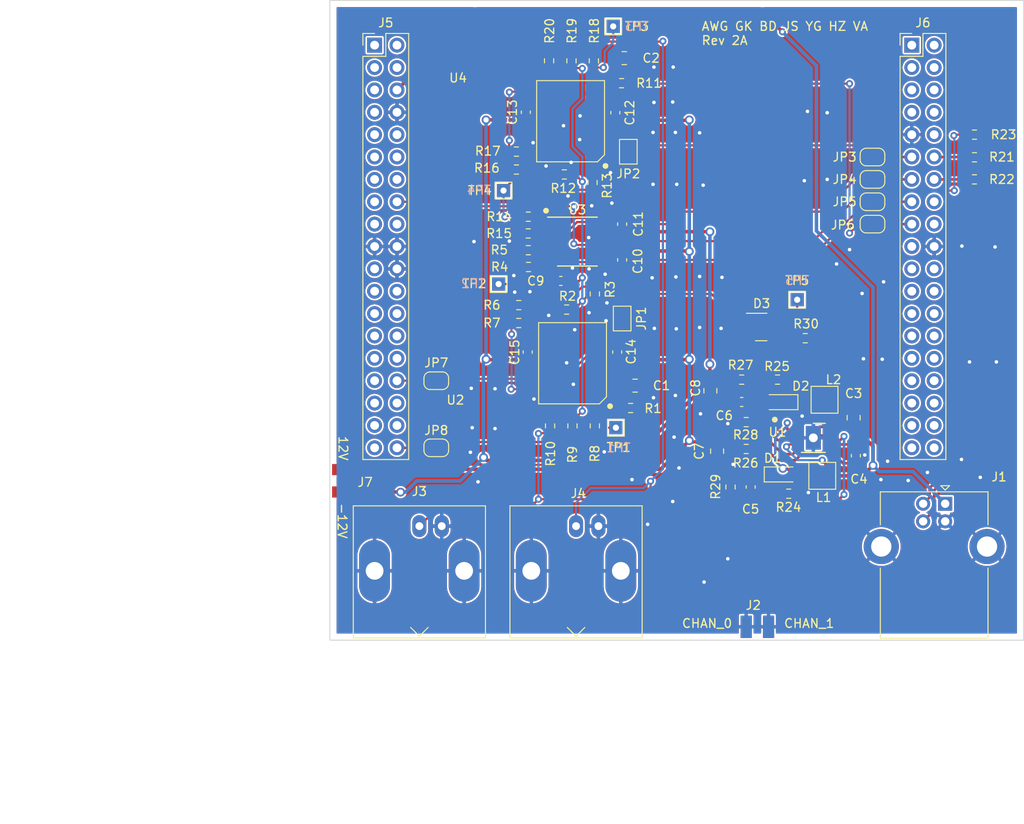
<source format=kicad_pcb>
(kicad_pcb (version 20221018) (generator pcbnew)
  (layers (0 "F.Cu" signal) (31 "B.Cu" signal) (34 "B.Paste" user) (35 "F.Paste" user) (36 "B.SilkS" user "B.Silkscreen") (37 "F.SilkS" user "F.Silkscreen") (38 "B.Mask" user) (39 "F.Mask" user) (44 "Edge.Cuts" user))
  (net 0 "")
  (net 1 "GND")
  (net 2 "-5V")
  (net 3 "-12V")
  (net 4 "+5V")
  (net 5 "+12V")
  (net 6 "/C0_OUT_G")
  (net 7 "/C1_OUT_G")
  (net 8 "/C0_IN")
  (net 9 "/C0_FB")
  (net 10 "/C0_OUT_GO")
  (net 11 "/C0_PWM_OFF")
  (net 12 "/C1_FB")
  (net 13 "/C0_V_OFF")
  (net 14 "/C1_IN")
  (net 15 "/C1_V_OFF")
  (net 16 "/C1_OUT_GO")
  (net 17 "/C1_PWM_OFF")
  (net 18 "/C1_S_GAIN")
  (net 19 "/C0_S_GAIN")
  (net 20 "+3.3V")
  (net 21 "/USB_D+")
  (net 22 "/USB_D-")
  (net 23 "/D-")
  (net 24 "/D+")
  (net 25 "Net-(D1-A)")
  (net 26 "Net-(D2-K)")
  (net 27 "Net-(U2A-+)")
  (net 28 "Net-(U4B-+)")
  (net 29 "Net-(U1-Vref)")
  (net 30 "Net-(U1-Vfb1)")
  (net 31 "Net-(U1-Vfb2)")
  (net 32 "Net-(U3B-D2)")
  (net 33 "Net-(U3B-D4)")
  (net 34 "Net-(U3A-D1)")
  (net 35 "Net-(U3A-D3)")
  (net 36 "Net-(U2D--)")
  (net 37 "Net-(U4C--)")
  (net 41 "Net-(J5-PC0)")
  (net 47 "Net-(J5-PA4)")
  (net 93 "Net-(J6-PB6)")
  (net 95 "Net-(J6-PA7)")
  (net 96 "Net-(J6-PA6)")
  (net 97 "Net-(J6-PA5)")
  (net 107 "Net-(C5-Pad1)")
  (net 108 "Net-(C6-Pad1)")
  (net 109 "Net-(JP1-B)")
  (net 110 "Net-(JP2-B)")
  (footprint "Resistor_SMD:R_0603_1608Metric" (layer "F.Cu") (at 42.7736 61.0119 -90)
    (fp_text reference "R10")
    (fp_text value "10K")
  )
  (footprint "Capacitor_SMD:C_0805_2012Metric_Pad1.18x1.45mm_HandSolder" (layer "F.Cu") (at 60.964106 57.026541 90)
    (fp_text reference "C8")
    (fp_text value "10u")
  )
  (footprint "Capacitor_SMD:C_0805_2012Metric_Pad1.18x1.45mm_HandSolder" (layer "F.Cu") (at 77.220106 60.079541 90)
    (fp_text reference "C3")
    (fp_text value "10u")
  )
  (footprint "Resistor_SMD:R_0603_1608Metric" (layer "F.Cu") (at 42.6598 19.5549 90)
    (fp_text reference "R20")
    (fp_text value "10K")
  )
  (footprint "awg_fp_lib:SOIC-14" (layer "F.Cu") (at 37.9228 53.8588 90)
    (fp_text reference "U2")
    (fp_text value "Opamp_Quad")
  )
  (footprint "Resistor_SMD:R_0603_1608Metric" (layer "F.Cu") (at 47.8536 46.0248 90)
    (fp_text reference "R3")
    (fp_text value "3K3")
  )
  (footprint "Resistor_SMD:R_0603_1608Metric" (layer "F.Cu") (at 40.2996 37.2523 180)
    (fp_text reference "R14")
    (fp_text value "1K")
  )
  (footprint "Resistor_SMD:R_0603_1608Metric" (layer "F.Cu") (at 40.3218 42.9673 180)
    (fp_text reference "R4")
    (fp_text value "1K")
  )
  (footprint "Resistor_SMD:R_0603_1608Metric" (layer "F.Cu") (at 90.932 30.51)
    (fp_text reference "R21")
    (fp_text value "22")
  )
  (footprint "Resistor_SMD:R_0603_1608Metric" (layer "F.Cu") (at 90.932 27.94 180)
    (fp_text reference "R23")
    (fp_text value "1K5")
  )
  (footprint "Resistor_SMD:R_0603_1608Metric" (layer "F.Cu") (at 44.6532 47.8028 180)
    (fp_text reference "R2")
    (fp_text value "10K")
  )
  (footprint "Jumper:SolderJumper-2_P1.3mm_Bridged_RoundedPad1.0x1.5mm" (layer "F.Cu") (at 79.36 35.56)
    (fp_text reference "JP5")
    (fp_text value "JP")
  )
  (footprint "Resistor_SMD:R_0603_1608Metric" (layer "F.Cu") (at 39.2176 47.2959)
    (fp_text reference "R6")
    (fp_text value "10K")
  )
  (footprint "Resistor_SMD:R_0603_1608Metric" (layer "F.Cu") (at 69.854106 68.710541 180)
    (fp_text reference "R24")
    (fp_text value "110k")
  )
  (footprint "Jumper:SolderJumper-2_P1.3mm_Bridged_RoundedPad1.0x1.5mm" (layer "F.Cu") (at 79.36 33.02)
    (fp_text reference "JP4")
    (fp_text value "JP")
  )
  (footprint "Resistor_SMD:R_0603_1608Metric" (layer "F.Cu") (at 38.9514 31.8993 180)
    (fp_text reference "R16")
    (fp_text value "10K")
  )
  (footprint "Resistor_SMD:R_0603_1608Metric" (layer "F.Cu") (at 40.290942 39.1573)
    (fp_text reference "R15")
    (fp_text value "10K")
  )
  (footprint "Resistor_SMD:R_0603_1608Metric" (layer "F.Cu") (at 71.7296 51.054)
    (fp_text reference "R30")
    (fp_text value "1K")
  )
  (footprint "Capacitor_SMD:C_0603_1608Metric_Pad1.08x0.95mm_HandSolder" (layer "F.Cu") (at 77.474106 64.392541 90)
    (fp_text reference "C4")
    (fp_text value "100n")
  )
  (footprint "Jumper:SolderJumper-2_P1.3mm_Bridged_RoundedPad1.0x1.5mm" (layer "F.Cu") (at 79.36 30.48)
    (fp_text reference "JP3")
    (fp_text value "JP")
  )
  (footprint "Resistor_SMD:R_0603_1608Metric" (layer "F.Cu") (at 63.250106 67.948541 90)
    (fp_text reference "R29")
    (fp_text value "10K")
  )
  (footprint "Resistor_SMD:R_0603_1608Metric" (layer "F.Cu") (at 39.2176 49.3279 180)
    (fp_text reference "R7")
    (fp_text value "10K")
  )
  (footprint "Connector_USB:USB_B_Lumberg_2411_02_Horizontal" (layer "F.Cu") (at 87.61 69.85 -90)
    (fp_text reference "J1")
    (fp_text value "USB_B")
  )
  (footprint "Jumper:SolderJumper-2_P1.3mm_Open_TrianglePad1.0x1.5mm" (layer "F.Cu") (at 50.9524 48.8188 90)
    (fp_text reference "JP1")
    (fp_text value "SJ")
  )
  (footprint "Resistor_SMD:R_0603_1608Metric" (layer "F.Cu") (at 47.8536 61.0119 -90)
    (fp_text reference "R8")
    (fp_text value "3K3")
  )
  (footprint "awg_fp_lib:SOIC-14" (layer "F.Cu") (at 37.7008 26.376 90)
    (fp_text reference "U4")
    (fp_text value "Opamp_Quad")
  )
  (footprint "Capacitor_SMD:C_0603_1608Metric_Pad1.08x0.95mm_HandSolder" (layer "F.Cu") (at 40.0182 25.3969 -90)
    (fp_text reference "C13")
    (fp_text value "100n")
  )
  (footprint "awg_fp_lib:DFN-12" (layer "F.Cu") (at 72.538106 58.025541)
    (fp_text reference "U1")
    (fp_text value "r1283")
  )
  (footprint "TestPoint:TestPoint_THTPad_1.5x1.5mm_Drill0.7mm" (layer "F.Cu") (at 49.9364 15.6464)
    (fp_text reference "TP3")
    (fp_text value "TestPoint")
  )
  (footprint "TestPoint:TestPoint_THTPad_1.5x1.5mm_Drill0.7mm" (layer "F.Cu") (at 36.9316 44.9072 90)
    (fp_text reference "TP2")
    (fp_text value "TestPoint")
  )
  (footprint "Diode_SMD:D_SOD-323_HandSoldering" (layer "F.Cu") (at 69.088 66.524041)
    (fp_text reference "D1")
    (fp_text value "NSR0530")
  )
  (footprint "Diode_SMD:D_SOD-323_HandSoldering" (layer "F.Cu") (at 68.8848 58.3184 180)
    (fp_text reference "D2")
    (fp_text value "NSR0530")
  )
  (footprint "awg_fp_lib:1x02" (layer "F.Cu") (at 19.304 63.1805)
    (fp_text reference "J7")
    (fp_text value "2x01")
  )
  (footprint "Resistor_SMD:R_0603_1608Metric" (layer "F.Cu") (at 51.9176 58.9799 180)
    (fp_text reference "R1")
    (fp_text value "10K")
  )
  (footprint "Resistor_SMD:R_0603_1608Metric" (layer "F.Cu") (at 90.932 33.02)
    (fp_text reference "R22")
    (fp_text value "22")
  )
  (footprint "Resistor_SMD:R_0603_1608Metric" (layer "F.Cu") (at 45.1998 19.5549 -90)
    (fp_text reference "R19")
    (fp_text value "10K")
  )
  (footprint "Capacitor_SMD:C_0603_1608Metric_Pad1.08x0.95mm_HandSolder" (layer "F.Cu") (at 50.9506 38.1003 -90)
    (fp_text reference "C11")
    (fp_text value "100n")
  )
  (footprint "Resistor_SMD:R_0603_1608Metric" (layer "F.Cu") (at 65.028106 63.630541 180)
    (fp_text reference "R26")
    (fp_text value "1K")
  )
  (footprint "Capacitor_SMD:C_0805_2012Metric_Pad1.18x1.45mm_HandSolder" (layer "F.Cu") (at 51.1942 19.2501)
    (fp_text reference "C2")
    (fp_text value "10u")
  )
  (footprint "awg_fp_lib:NRH2410" (layer "F.Cu") (at 74.426106 66.678541 180)
    (fp_text reference "L1")
    (fp_text value "4.7u")
  )
  (footprint "Package_TO_SOT_SMD:SOT-23" (layer "F.Cu") (at 66.7281 49.784)
    (fp_text reference "D3")
    (fp_text value "LM4040-5")
  )
  (footprint "Resistor_SMD:R_0603_1608Metric" (layer "F.Cu") (at 45.3136 61.0119 90)
    (fp_text reference "R9")
    (fp_text value "10K")
  )
  (footprint "Resistor_SMD:R_0603_1608Metric" (layer "F.Cu") (at 64.520106 55.756541 180)
    (fp_text reference "R27")
    (fp_text value "1K")
  )
  (footprint "Resistor_SMD:R_0603_1608Metric" (layer "F.Cu") (at 38.9514 29.8673 180)
    (fp_text reference "R17")
    (fp_text value "10K")
  )
  (footprint "Capacitor_SMD:C_0805_2012Metric_Pad1.18x1.45mm_HandSolder" (layer "F.Cu") (at 61.726106 63.884541 -90)
    (fp_text reference "C7")
    (fp_text value "10u")
  )
  (footprint "Resistor_SMD:R_0603_1608Metric" (layer "F.Cu") (at 50.8894 22.0949 180)
    (fp_text reference "R11")
    (fp_text value "10K")
  )
  (footprint "awg_fp_lib:2x02" (layer "F.Cu") (at 62.23 83.82 90)
    (fp_text reference "J2")
    (fp_text value "02x02")
  )
  (footprint "TestPoint:TestPoint_THTPad_1.5x1.5mm_Drill0.7mm" (layer "F.Cu") (at 50.2412 61.214 180)
    (fp_text reference "TP1")
    (fp_text value "TestPoint")
  )
  (footprint "Capacitor_SMD:C_0603_1608Metric_Pad1.08x0.95mm_HandSolder" (layer "F.Cu") (at 64.520106 58.296541)
    (fp_text reference "C6")
    (fp_text value "120p")
  )
  (footprint "Resistor_SMD:R_0603_1608Metric" (layer "F.Cu") (at 65.028106 60.582541 180)
    (fp_text reference "R28")
    (fp_text value "10K")
  )
  (footprint "Capacitor_SMD:C_0603_1608Metric_Pad1.08x0.95mm_HandSolder" (layer "F.Cu") (at 43.9917 44.5516 180)
    (fp_text reference "C9")
    (fp_text value "100n")
  )
  (footprint "Jumper:SolderJumper-2_P1.3mm_Bridged_RoundedPad1.0x1.5mm" (layer "F.Cu") (at 29.86 55.88)
    (fp_text reference "JP7")
    (fp_text value "JP")
  )
  (footprint "TestPoint:TestPoint_THTPad_1.5x1.5mm_Drill0.7mm" (layer "F.Cu") (at 70.8152 46.6852 90)
    (fp_text reference "TP5")
    (fp_text value "TestPoint")
  )
  (footprint "Resistor_SMD:R_0603_1608Metric" (layer "F.Cu") (at 40.2996 41.0623 180)
    (fp_text reference "R5")
    (fp_text value "10K")
  )
  (footprint "Capacitor_SMD:C_0603_1608Metric_Pad1.08x0.95mm_HandSolder" (layer "F.Cu") (at 65.536106 67.948541 -90)
    (fp_text reference "C5")
    (fp_text value "120p")
  )
  (footprint "Connector_PinHeader_2.54mm:PinHeader_2x19_P2.54mm_Vertical" (layer "F.Cu") (at 22.86 17.78)
    (fp_text reference "J5")
    (fp_text value "nuc303_LEFT")
  )
  (footprint "Connector_Coaxial:BNC_Amphenol_B6252HB-NPP3G-50_Horizontal" (layer "F.Cu") (at 27.94 72.39 180)
    (fp_text reference "J3")
    (fp_text value "BNC")
  )
  (footprint "Resistor_SMD:R_0603_1608Metric" (layer "F.Cu") (at 68.584106 55.756541 180)
    (fp_text reference "R25")
    (fp_text value "100k")
  )
  (footprint "Connector_Coaxial:BNC_Amphenol_B6252HB-NPP3G-50_Horizontal" (layer "F.Cu") (at 45.72 72.39 180)
    (fp_text reference "J4")
    (fp_text value "BNC")
  )
  (footprint "Capacitor_SMD:C_0805_2012Metric_Pad1.18x1.45mm_HandSolder" (layer "F.Cu") (at 52.4256 56.4399)
    (fp_text reference "C1")
    (fp_text value "10u")
  )
  (footprint "Capacitor_SMD:C_0603_1608Metric_Pad1.08x0.95mm_HandSolder" (layer "F.Cu") (at 50.9506 42.1643 90)
    (fp_text reference "C10")
    (fp_text value "100n")
  )
  (footprint "TestPoint:TestPoint_THTPad_1.5x1.5mm_Drill0.7mm" (layer "F.Cu") (at 37.4904 34.29 90)
    (fp_text reference "TP4")
    (fp_text value "TestPoint")
  )
  (footprint "Resistor_SMD:R_0603_1608Metric" (layer "F.Cu") (at 47.7398 19.5549 90)
    (fp_text reference "R18")
    (fp_text value "3K3")
  )
  (footprint "Resistor_SMD:R_0603_1608Metric" (layer "F.Cu") (at 47.5874 33.3725 -90)
    (fp_text reference "R13")
    (fp_text value "3K3")
  )
  (footprint "Capacitor_SMD:C_0603_1608Metric_Pad1.08x0.95mm_HandSolder" (layer "F.Cu") (at 50.1782 25.4477 90)
    (fp_text reference "C12")
    (fp_text value "100n")
  )
  (footprint "Connector_PinHeader_2.54mm:PinHeader_2x19_P2.54mm_Vertical" (layer "F.Cu") (at 83.82 17.78)
    (fp_text reference "J6")
    (fp_text value "nuc303_RIGHT")
  )
  (footprint "Package_SO:TSSOP-16-1EP_4.4x5mm_P0.65mm" (layer "F.Cu") (at 45.8706 40.1323)
    (fp_text reference "U3")
    (fp_text value "DG403")
  )
  (footprint "Jumper:SolderJumper-2_P1.3mm_Bridged_RoundedPad1.0x1.5mm" (layer "F.Cu") (at 79.36 38.1)
    (fp_text reference "JP6")
    (fp_text value "JP")
  )
  (footprint "Jumper:SolderJumper-2_P1.3mm_Bridged_RoundedPad1.0x1.5mm" (layer "F.Cu") (at 29.86 63.5)
    (fp_text reference "JP8")
    (fp_text value "JP")
  )
  (footprint "Resistor_SMD:R_0603_1608Metric" (layer "F.Cu") (at 44.387 32.4581 180)
    (fp_text reference "R12")
    (fp_text value "10K")
  )
  (footprint "awg_fp_lib:NRH2410" (layer "F.Cu") (at 73.156106 58.042541)
    (fp_text reference "L2")
    (fp_text value "4.7u")
  )
  (footprint "Capacitor_SMD:C_0603_1608Metric_Pad1.08x0.95mm_HandSolder" (layer "F.Cu") (at 40.2336 52.6299 -90)
    (fp_text reference "C15")
    (fp_text value "100n")
  )
  (footprint "Jumper:SolderJumper-2_P1.3mm_Open_TrianglePad1.0x1.5mm" (layer "F.Cu") (at 51.6514 29.8811 -90)
    (fp_text reference "JP2")
    (fp_text value "SJ")
  )
  (footprint "Capacitor_SMD:C_0603_1608Metric_Pad1.08x0.95mm_HandSolder" (layer "F.Cu") (at 50.3936 52.6299 90)
    (fp_text reference "C14")
    (fp_text value "100n")
  )
  (gr_circle (center 68.2752 60.2996) (end 68.0212 60.2996) (stroke (width 0.15)) (fill solid) (layer "F.SilkS"))
  (gr_circle (center 49.5808 58.7767) (end 49.8348 58.7767) (stroke (width 0.15)) (fill solid) (layer "F.SilkS"))
  (gr_circle (center 42.3146 36.5763) (end 42.0606 36.5763) (stroke (width 0.15)) (fill solid) (layer "F.SilkS"))
  (gr_circle (center 49.0606 31.4929) (end 49.3146 31.4929) (stroke (width 0.15)) (fill solid) (layer "F.SilkS"))
  (gr_rect (start 17.78 12.7) (end 96.52 85.344) (stroke (width 0.1)) (fill none) (layer "Edge.Cuts"))
  (gr_text "TP4" (at 34.6964 34.2392) (layer "B.SilkS") (effects (font (size 1 1)) (justify mirror)))
  (gr_text "TP3" (at 52.6288 15.6464) (layer "B.SilkS") (effects (font (size 1 1)) (justify mirror)))
  (gr_text "TP1" (at 50.546 63.5) (layer "B.SilkS") (effects (font (size 1 1)) (justify mirror)))
  (gr_text "TP5" (at 70.8152 44.5008) (layer "B.SilkS") (effects (font (size 1 1)) (justify mirror)))
  (gr_text "TP2" (at 34.036 44.8564) (layer "B.SilkS") (effects (font (size 1 1)) (justify mirror)))
  (gr_text "12V" (at 18.6944 62.0776 -90) (layer "F.SilkS") (effects (font (size 1 1)) (justify left bottom)))
  (gr_text "CHAN_1" (at 69.2404 84.0232) (layer "F.SilkS") (effects (font (size 1 1)) (justify left bottom)))
  (gr_text "CHAN_0" (at 57.658 84.0232) (layer "F.SilkS") (effects (font (size 1 1)) (justify left bottom)))
  (gr_text "AWG GK BD JS YG HZ VA\nRev 2A" (at 59.8932 17.8308) (layer "F.SilkS") (effects (font (size 1 1)) (justify left bottom)))
  (gr_text "-12V" (at 18.5928 69.6976 -90) (layer "F.SilkS") (effects (font (size 1 1)) (justify left bottom)))
  (segment (start 73.423106 61.115541) (end 72.648106 61.890541) (width 0.3) (layer "F.Cu") (net 1))
  (segment (start 74.373106 61.115541) (end 73.373106 61.115541) (width 0.3) (layer "F.Cu") (net 1))
  (segment (start 73.373106 61.115541) (end 72.648106 61.840541) (width 0.3) (layer "F.Cu") (net 1))
  (segment (start 74.373106 61.115541) (end 73.423106 61.115541) (width 0.3) (layer "F.Cu") (net 1))
  (segment (start 47.339 39.8073) (end 47.1557 39.624) (width 0.25) (layer "F.Cu") (net 1))
  (segment (start 48.6456 39.8073) (end 47.339 39.8073) (width 0.25) (layer "F.Cu") (net 1))
  (segment (start 74.373106 62.115541) (end 72.898106 62.115541) (width 0.3) (layer "F.Cu") (net 1))
  (via (at 59.7408 44.0436) (size 0.8) (drill 0.4) (layers "F.Cu" "B.Cu") (net 1))
  (via (at 44.6532 53.848) (size 0.8) (drill 0.4) (layers "F.Cu" "B.Cu") (net 1))
  (via (at 54.4576 27.686) (size 0.8) (drill 0.4) (layers "F.Cu" "B.Cu") (net 1))
  (via (at 52.07 67.1068) (size 0.8) (drill 0.4) (layers "F.Cu" "B.Cu") (net 1))
  (via (at 57.404 65.786) (size 0.8) (drill 0.4) (layers "F.Cu" "B.Cu") (net 1))
  (via (at 47.1557 39.624) (size 0.8) (drill 0.4) (layers "F.Cu" "B.Cu") (net 1))
  (via (at 42.3164 31.496) (size 0.8) (drill 0.4) (layers "F.Cu" "B.Cu") (net 1))
  (via (at 62.1792 49.9364) (size 0.8) (drill 0.4) (layers "F.Cu" "B.Cu") (net 1))
  (via (at 47.1932 43.18) (size 0.8) (drill 0.4) (layers "F.Cu" "B.Cu") (net 1))
  (via (at 54.356 44.196) (size 0.8) (drill 0.4) (layers "F.Cu" "B.Cu") (net 1))
  (via (at 90.3732 53.7464) (size 0.8) (drill 0.4) (layers "F.Cu" "B.Cu") (net 1))
  (via (at 59.7408 27.7368) (size 0.8) (drill 0.4) (layers "F.Cu" "B.Cu") (net 1))
  (via (at 54.61 49.9364) (size 0.8) (drill 0.4) (layers "F.Cu" "B.Cu") (net 1))
  (via (at 34.5948 67.3608) (size 0.8) (drill 0.4) (layers "F.Cu" "B.Cu") (net 1))
  (via (at 46.1772 25.8064) (size 0.8) (drill 0.4) (layers "F.Cu" "B.Cu") (net 1))
  (via (at 91.5924 66.8528) (size 0.8) (drill 0.4) (layers "F.Cu" "B.Cu") (net 1))
  (via (at 93.2688 40.6908) (size 0.8) (drill 0.4) (layers "F.Cu" "B.Cu") (net 1))
  (via (at 33.7312 64.008) (size 0.8) (drill 0.4) (layers "F.Cu" "B.Cu") (net 1))
  (via (at 72.0852 68.58) (size 0.8) (drill 0.4) (layers "F.Cu" "B.Cu") (net 1))
  (via (at 47.498 36.0172) (size 0.8) (drill 0.4) (layers "F.Cu" "B.Cu") (net 1))
  (via (at 40.8432 28.8544) (size 0.8) (drill 0.4) (layers "F.Cu" "B.Cu") (net 1))
  (via (at 57.15 33.5788) (size 0.8) (drill 0.4) (layers "F.Cu" "B.Cu") (net 1))
  (via (at 56.7436 20.2692) (size 0.8) (drill 0.4) (layers "F.Cu" "B.Cu") (net 1))
  (via (at 59.8424 59.6392) (size 0.8) (drill 0.4) (layers "F.Cu" "B.Cu") (net 1))
  (via (at 76.7588 40.9956) (size 0.8) (drill 0.4) (layers "F.Cu" "B.Cu") (net 1))
  (via (at 49.6316 32.258) (size 0.8) (drill 0.4) (layers "F.Cu" "B.Cu") (net 1))
  (via (at 47.1932 48.1584) (size 0.8) (drill 0.4) (layers "F.Cu" "B.Cu") (net 1))
  (via (at 56.9976 57.5564) (size 0.8) (drill 0.4) (layers "F.Cu" "B.Cu") (net 1))
  (via (at 49.2252 47.0408) (size 0.8) (drill 0.4) (layers "F.Cu" "B.Cu") (net 1))
  (via (at 48.9204 63.9572) (size 0.8) (drill 0.4) (layers "F.Cu" "B.Cu") (net 1))
  (via (at 49.022 43.7896) (size 0.8) (drill 0.4) (layers "F.Cu" "B.Cu") (net 1))
  (via (at 60.2488 78.74) (size 0.8) (drill 0.4) (layers "F.Cu" "B.Cu") (net 1))
  (via (at 89.4588 64.8208) (size 0.8) (drill 0.4) (layers "F.Cu" "B.Cu") (net 1))
  (via (at 59.7408 49.8348) (size 0.8) (drill 0.4) (layers "F.Cu" "B.Cu") (net 1))
  (via (at 45.5676 50.0888) (size 0.8) (drill 0.4) (layers "F.Cu" "B.Cu") (net 1))
  (via (at 93.4212 53.7464) (size 0.8) (drill 0.4) (layers "F.Cu" "B.Cu") (net 1))
  (via (at 33.9344 61.214) (size 0.8) (drill 0.4) (layers "F.Cu" "B.Cu") (net 1))
  (via (at 54.5592 24.2824) (size 0.8) (drill 0.4) (layers "F.Cu" "B.Cu") (net 1))
  (via (at 56.9976 27.686) (size 0.8) (drill 0.4) (layers "F.Cu" "B.Cu") (net 1))
  (via (at 46.1264 28.4988) (size 0.8) (drill 0.4) (layers "F.Cu" "B.Cu") (net 1))
  (via (at 60.1472 33.6804) (size 0.8) (drill 0.4) (layers "F.Cu" "B.Cu") (net 1))
  (via (at 34.1376 40.0812) (size 0.8) (drill 0.4) (layers "F.Cu" "B.Cu") (net 1))
  (via (at 44.8056 34.8996) (size 0.8) (drill 0.4) (layers "F.Cu" "B.Cu") (net 1))
  (via (at 45.1612 31.0896) (size 0.8) (drill 0.4) (layers "F.Cu" "B.Cu") (net 1))
  (via (at 38.7604 45.8216) (size 0.8) (drill 0.4) (layers "F.Cu" "B.Cu") (net 1))
  (via (at 54.4576 33.5788) (size 0.8) (drill 0.4) (layers "F.Cu" "B.Cu") (net 1))
  (via (at 81.0768 65.024) (size 0.8) (drill 0.4) (layers "F.Cu" "B.Cu") (net 1))
  (via (at 80.4672 53.4416) (size 0.8) (drill 0.4) (layers "F.Cu" "B.Cu") (net 1))
  (via (at 75.2856 42.6212) (size 0.8) (drill 0.4) (layers "F.Cu" "B.Cu") (net 1))
  (via (at 54.5592 20.2692) (size 0.8) (drill 0.4) (layers "F.Cu" "B.Cu") (net 1))
  (via (at 36.5252 61.3156) (size 0.8) (drill 0.4) (layers "F.Cu" "B.Cu") (net 1))
  (via (at 33.8328 56.7436) (size 0.8) (drill 0.4) (layers "F.Cu" "B.Cu") (net 1))
  (via (at 78.1812 45.974) (size 0.8) (drill 0.4) (layers "F.Cu" "B.Cu") (net 1))
  (via (at 83.4136 67.2084) (size 0.8) (drill 0.4) (layers "F.Cu" "B.Cu") (net 1))
  (via (at 62.2808 44.1452) (size 0.8) (drill 0.4) (layers "F.Cu" "B.Cu") (net 1))
  (via (at 74.2188 25.4508) (size 0.8) (drill 0.4) (layers "F.Cu" "B.Cu") (net 1))
  (via (at 45.4152 56.2864) (size 0.8) (drill 0.4) (layers "F.Cu" "B.Cu") (net 1))
  (via (at 85.598 66.294) (size 0.8) (drill 0.4) (layers "F.Cu" "B.Cu") (net 1))
  (via (at 89.5096 40.5892) (size 0.8) (drill 0.4) (layers "F.Cu" "B.Cu") (net 1))
  (via (at 78.486 64.3128) (size 0.8) (drill 0.4) (layers "F.Cu" "B.Cu") (net 1))
  (via (at 71.9836 25.2984) (size 0.8) (drill 0.4) (layers "F.Cu" "B.Cu") (net 1))
  (via (at 80.3148 67.1068) (size 0.8) (drill 0.4) (layers "F.Cu" "B.Cu") (net 1))
  (via (at 36.5252 56.7944) (size 0.8) (drill 0.4) (layers "F.Cu" "B.Cu") (net 1))
  (via (at 42.6212 48.4632) (size 0.8) (drill 0.4) (layers "F.Cu" "B.Cu") (net 1))
  (via (at 62.9412 76.0984) (size 0.8) (drill 0.4) (layers "F.Cu" "B.Cu") (net 1))
  (via (at 71.374 59.8932) (size 0.8) (drill 0.4) (layers "F.Cu" "B.Cu") (net 1))
  (via (at 74.2188 33.02) (size 0.8) (drill 0.4) (layers "F.Cu" "B.Cu") (net 1))
  (via (at 56.6928 24.2316) (size 0.8) (drill 0.4) (layers "F.Cu" "B.Cu") (net 1))
  (via (at 38.6588 43.942) (size 0.8) (drill 0.4) (layers "F.Cu" "B.Cu") (net 1))
  (via (at 78.3336 53.3908) (size 0.8) (drill 0.4) (layers "F.Cu" "B.Cu") (net 1))
  (via (at 53.848 72.1868) (size 0.8) (drill 0.4) (layers "F.Cu" "B.Cu") (net 1))
  (via (at 62.9412 60.7568) (size 0.8) (drill 0.4) (layers "F.Cu" "B.Cu") (net 1))
  (via (at 54.5084 57.8104) (size 0.8) (drill 0.4) (layers "F.Cu" "B.Cu") (net 1))
  (via (at 80.6196 44.6532) (size 0.8) (drill 0.4) (layers "F.Cu" "B.Cu") (net 1))
  (via (at 49.784 35.7124) (size 0.8) (drill 0.4) (layers "F.Cu" "B.Cu") (net 1))
  (via (at 45.3136 43.0784) (size 0.8) (drill 0.4) (layers "F.Cu" "B.Cu") (net 1))
  (via (at 56.8452 62.2808) (size 0.8) (drill 0.4) (layers "F.Cu" "B.Cu") (net 1))
  (via (at 56.6928 69.596) (size 0.8) (drill 0.4) (layers "F.Cu" "B.Cu") (net 1))
  (via (at 71.628 33.1724) (size 0.8) (drill 0.4) (layers "F.Cu" "B.Cu") (net 1))
  (via (at 57.0484 44.0944) (size 0.8) (drill 0.4) (layers "F.Cu" "B.Cu") (net 1))
  (via (at 40.4876 45.7708) (size 0.8) (drill 0.4) (layers "F.Cu" "B.Cu") (net 1))
  (via (at 49.1236 49.0728) (size 0.8) (drill 0.4) (layers "F.Cu" "B.Cu") (net 1))
  (via (at 44.2976 26.924) (size 0.8) (drill 0.4) (layers "F.Cu" "B.Cu") (net 1))
  (via (at 40.9448 57.9628) (size 0.8) (drill 0.4) (layers "F.Cu" "B.Cu") (net 1))
  (via (at 57.0992 49.9872) (size 0.8) (drill 0.4) (layers "F.Cu" "B.Cu") (net 1))
  (via (at 63.5508 65.3796) (size 0.8) (drill 0.4) (layers "F.Cu" "B.Cu") (net 1))
  (via (at 38.1508 40.0304) (size 0.8) (drill 0.4) (layers "F.Cu" "B.Cu") (net 1))
  (segment (start 47.2562 46.0248) (end 61.0814 46.0248) (width 0.25) (layer "F.Cu") (net 2))
  (segment (start 66.1106 51.054) (end 70.9046 51.054) (width 0.3) (layer "F.Cu") (net 2))
  (segment (start 46.4312 44.196) (end 46.0756 44.5516) (width 0.25) (layer "F.Cu") (net 2))
  (segment (start 46.4373 46.8437) (end 45.4782 47.8028) (width 0.25) (layer "F.Cu") (net 2))
  (segment (start 45.6153 32.4581) (end 46.4312 33.274) (width 0.25) (layer "F.Cu") (net 2))
  (segment (start 46.3895 20.3799) (end 46.4312 20.4216) (width 0.25) (layer "F.Cu") (net 2))
  (segment (start 45.1998 20.3799) (end 46.3895 20.3799) (width 0.25) (layer "F.Cu") (net 2))
  (segment (start 46.0756 44.5516) (end 44.8542 44.5516) (width 0.25) (layer "F.Cu") (net 2))
  (segment (start 45.212 32.4581) (end 45.6153 32.4581) (width 0.25) (layer "F.Cu") (net 2))
  (segment (start 46.4373 46.8437) (end 47.2562 46.0248) (width 0.25) (layer "F.Cu") (net 2))
  (segment (start 61.0814 46.0248) (end 65.7906 50.734) (width 0.25) (layer "F.Cu") (net 2))
  (segment (start 45.5787 60.1869) (end 46.4312 59.3344) (width 0.25) (layer "F.Cu") (net 2))
  (segment (start 70.8152 46.6852) (end 70.8152 50.9646) (width 0.25) (layer "F.Cu") (net 2))
  (via (at 46.4312 20.4216) (size 0.8) (drill 0.4) (layers "F.Cu" "B.Cu") (net 2))
  (via (at 46.4312 44.196) (size 0.8) (drill 0.4) (layers "F.Cu" "B.Cu") (net 2))
  (via (at 46.4312 33.274) (size 0.8) (drill 0.4) (layers "F.Cu" "B.Cu") (net 2))
  (via (at 46.4373 46.8437) (size 0.8) (drill 0.4) (layers "F.Cu" "B.Cu") (net 2))
  (via (at 46.4312 59.3344) (size 0.8) (drill 0.4) (layers "F.Cu" "B.Cu") (net 2))
  (segment (start 46.4312 46.8498) (end 46.4312 59.3344) (width 0.25) (layer "B.Cu") (net 2))
  (segment (start 46.4373 46.8437) (end 46.4312 46.8498) (width 0.25) (layer "B.Cu") (net 2))
  (segment (start 46.4312 44.196) (end 46.4312 46.8376) (width 0.25) (layer "B.Cu") (net 2))
  (segment (start 46.4312 46.8376) (end 46.4373 46.8437) (width 0.25) (layer "B.Cu") (net 2))
  (segment (start 46.4312 23.876) (end 45.3136 24.9936) (width 0.25) (layer "B.Cu") (net 2))
  (segment (start 46.4312 20.4216) (end 46.4312 23.876) (width 0.25) (layer "B.Cu") (net 2))
  (segment (start 46.4312 30.4292) (end 46.4312 33.274) (width 0.25) (layer "B.Cu") (net 2))
  (segment (start 45.3136 29.3116) (end 46.4312 30.4292) (width 0.25) (layer "B.Cu") (net 2))
  (segment (start 46.4312 44.196) (end 46.4312 33.274) (width 0.25) (layer "B.Cu") (net 2))
  (segment (start 45.3136 24.9936) (end 45.3136 29.3116) (width 0.25) (layer "B.Cu") (net 2))
  (segment (start 60.9092 54.0004) (end 60.9092 55.934135) (width 0.4) (layer "F.Cu") (net 3))
  (segment (start 40.0182 26.2594) (end 41.1946 26.2594) (width 0.4) (layer "F.Cu") (net 3))
  (segment (start 41.1946 26.2594) (end 41.3512 26.416) (width 0.4) (layer "F.Cu") (net 3))
  (segment (start 69.409106 55.756541) (end 69.409106 56.544094) (width 0.4) (layer "F.Cu") (net 3))
  (segment (start 40.0182 26.2594) (end 35.5134 26.2594) (width 0.4) (layer "F.Cu") (net 3))
  (segment (start 35.56 53.4924) (end 35.5092 53.4416) (width 0.4) (layer "F.Cu") (net 3))
  (segment (start 69.409106 56.544094) (end 67.6348 58.3184) (width 0.4) (layer "F.Cu") (net 3))
  (segment (start 57.4056 38.9636) (end 57.4048 38.9628) (width 0.4) (layer "F.Cu") (net 3))
  (segment (start 41.3512 26.416) (end 42.5008 26.416) (width 0.4) (layer "F.Cu") (net 3))
  (segment (start 60.9092 38.9636) (end 57.4056 38.9636) (width 0.4) (layer "F.Cu") (net 3))
  (segment (start 66.4464 54.5592) (end 68.211765 54.5592) (width 0.4) (layer "F.Cu") (net 3))
  (segment (start 42.7136 53.8999) (end 40.6411 53.8999) (width 0.4) (layer "F.Cu") (net 3))
  (segment (start 57.4048 38.9628) (end 50.9506 38.9628) (width 0.4) (layer "F.Cu") (net 3))
  (segment (start 35.2298 64.5922) (end 35.56 64.9224) (width 0.4) (layer "F.Cu") (net 3))
  (segment (start 35.5134 26.2594) (end 35.5092 26.2636) (width 0.4) (layer "F.Cu") (net 3))
  (segment (start 68.585106 62.615541) (end 70.923106 62.615541) (width 0.3) (layer "F.Cu") (net 3))
  (segment (start 67.6348 61.665234) (end 67.6348 58.3184) (width 0.3) (layer "F.Cu") (net 3))
  (segment (start 40.2336 53.4924) (end 35.56 53.4924) (width 0.4) (layer "F.Cu") (net 3))
  (segment (start 72.5546 52.611047) (end 72.5546 51.054) (width 0.4) (layer "F.Cu") (net 3))
  (segment (start 19.304 68.5145) (end 25.7917 68.5145) (width 0.4) (layer "F.Cu") (net 3))
  (segment (start 35.56 64.9224) (end 51.8668 64.9224) (width 0.4) (layer "F.Cu") (net 3))
  (segment (start 69.409106 55.756541) (end 72.5546 52.611047) (width 0.4) (layer "F.Cu") (net 3))
  (segment (start 25.8064 68.5292) (end 25.7917 68.5145) (width 0.4) (layer "F.Cu") (net 3))
  (segment (start 68.211765 54.5592) (end 69.409106 55.756541) (width 0.4) (layer "F.Cu") (net 3))
  (segment (start 42.7228 53.8988) (end 40.64 53.8988) (width 0.4) (layer "F.Cu") (net 3))
  (segment (start 40.2336 53.4924) (end 40.6411 53.8999) (width 0.4) (layer "F.Cu") (net 3))
  (segment (start 40.64 53.8988) (end 40.2336 53.4924) (width 0.4) (layer "F.Cu") (net 3))
  (segment (start 62.7888 54.356) (end 63.944565 54.356) (width 0.4) (layer "F.Cu") (net 3))
  (segment (start 63.944565 54.356) (end 65.345106 55.756541) (width 0.4) (layer "F.Cu") (net 3))
  (segment (start 67.6348 61.665234) (end 68.585106 62.615541) (width 0.3) (layer "F.Cu") (net 3))
  (segment (start 51.8668 64.9224) (end 60.800159 55.989041) (width 0.4) (layer "F.Cu") (net 3))
  (segment (start 61.155759 55.989041) (end 62.7888 54.356) (width 0.4) (layer "F.Cu") (net 3))
  (segment (start 65.345106 55.660494) (end 66.4464 54.5592) (width 0.4) (layer "F.Cu") (net 3))
  (segment (start 48.6456 39.1573) (end 50.7561 39.1573) (width 0.3) (layer "F.Cu") (net 3))
  (via (at 35.5092 53.4416) (size 1) (drill 0.6) (layers "F.Cu" "B.Cu") (net 3))
  (via (at 60.9092 54.0004) (size 1) (drill 0.6) (layers "F.Cu" "B.Cu") (net 3))
  (via (at 35.2298 64.5922) (size 1) (drill 0.6) (layers "F.Cu" "B.Cu") (net 3))
  (via (at 25.8064 68.5292) (size 1) (drill 0.6) (layers "F.Cu" "B.Cu") (net 3))
  (via (at 35.5092 26.2636) (size 1) (drill 0.6) (layers "F.Cu" "B.Cu") (net 3))
  (via (at 60.9092 38.9636) (size 1) (drill 0.6) (layers "F.Cu" "B.Cu") (net 3))
  (segment (start 60.9092 38.9636) (end 60.9092 54.0004) (width 0.4) (layer "B.Cu") (net 3))
  (segment (start 35.2044 53.7464) (end 35.5092 53.4416) (width 0.4) (layer "B.Cu") (net 3))
  (segment (start 27.6352 67.2592) (end 26.3652 68.5292) (width 0.4) (layer "B.Cu") (net 3))
  (segment (start 32.5628 67.2592) (end 27.6352 67.2592) (width 0.4) (layer "B.Cu") (net 3))
  (segment (start 26.3652 68.5292) (end 25.8064 68.5292) (width 0.4) (layer "B.Cu") (net 3))
  (segment (start 35.2298 64.5922) (end 32.5628 67.2592) (width 0.4) (layer "B.Cu") (net 3))
  (segment (start 35.2298 64.5922) (end 35.2044 64.5668) (width 0.4) (layer "B.Cu") (net 3))
  (segment (start 35.2044 64.5668) (end 35.2044 53.7464) (width 0.4) (layer "B.Cu") (net 3))
  (segment (start 35.5092 26.2636) (end 35.5092 53.4416) (width 0.4) (layer "B.Cu") (net 3))
  (segment (start 74.426106 66.678541) (end 74.426106 65.662541) (width 0.4) (layer "F.Cu") (net 4))
  (segment (start 74.426106 65.662541) (end 73.664106 64.900541) (width 0.4) (layer "F.Cu") (net 4))
  (segment (start 70.923106 63.115541) (end 69.861106 63.115541) (width 0.25) (layer "F.Cu") (net 4))
  (segment (start 79.419606 63.316541) (end 77.220106 61.117041) (width 0.4) (layer "F.Cu") (net 4))
  (segment (start 79.419606 65.495041) (end 78.236106 66.678541) (width 0.4) (layer "F.Cu") (net 4))
  (segment (start 69.861106 63.115541) (end 69.600106 63.376541) (width 0.25) (layer "F.Cu") (net 4))
  (segment (start 77.220106 61.117041) (end 76.006652 61.117041) (width 0.3) (layer "F.Cu") (net 4))
  (segment (start 76.006652 61.117041) (end 75.508152 61.615541) (width 0.3) (layer "F.Cu") (net 4))
  (segment (start 74.373106 63.115541) (end 76.50906 63.115541) (width 0.3) (layer "F.Cu") (net 4))
  (segment (start 77.220106 62.404495) (end 77.220106 61.117041) (width 0.3) (layer "F.Cu") (net 4))
  (segment (start 76.50906 63.115541) (end 77.220106 62.404495) (width 0.3) (layer "F.Cu") (net 4))
  (segment (start 69.1388 16.256) (end 66.548 13.6652) (width 0.4) (layer "F.Cu") (net 4))
  (segment (start 79.419606 65.495041) (end 79.419606 63.316541) (width 0.4) (layer "F.Cu") (net 4))
  (segment (start 78.236106 66.678541) (end 74.426106 66.678541) (width 0.4) (layer "F.Cu") (net 4))
  (segment (start 34.5948 13.6652) (end 66.548 13.6652) (width 0.4) (layer "F.Cu") (net 4))
  (segment (start 25.4 22.86) (end 34.5948 13.6652) (width 0.4) (layer "F.Cu") (net 4))
  (segment (start 75.508152 61.615541) (end 74.373106 61.615541) (width 0.3) (layer "F.Cu") (net 4))
  (via (at 73.664106 64.900541) (size 0.8) (drill 0.4) (layers "F.Cu" "B.Cu") (net 4))
  (via (at 69.1388 16.256) (size 0.8) (drill 0.4) (layers "F.Cu" "B.Cu") (net 4))
  (via (at 69.600106 63.376541) (size 0.8) (drill 0.4) (layers "F.Cu" "B.Cu") (net 4))
  (via (at 79.419606 65.495041) (size 1) (drill 0.6) (layers "F.Cu" "B.Cu") (net 4))
  (segment (start 72.9996 20.1168) (end 69.1388 16.256) (width 0.4) (layer "B.Cu") (net 4))
  (segment (start 80.116965 66.1924) (end 79.419606 65.495041) (width 0.4) (layer "B.Cu") (net 4))
  (segment (start 69.600106 63.376541) (end 69.600106 63.630541) (width 0.25) (layer "B.Cu") (net 4))
  (segment (start 69.600106 63.630541) (end 70.870106 64.900541) (width 0.25) (layer "B.Cu") (net 4))
  (segment (start 79.419606 65.495041) (end 79.419606 45.282006) (width 0.4) (layer "B.Cu") (net 4))
  (segment (start 79.419606 45.282006) (end 72.9996 38.862) (width 0.4) (layer "B.Cu") (net 4))
  (segment (start 72.9996 38.862) (end 72.9996 20.1168) (width 0.4) (layer "B.Cu") (net 4))
  (segment (start 83.9524 66.1924) (end 87.61 69.85) (width 0.4) (layer "B.Cu") (net 4))
  (segment (start 80.116965 66.1924) (end 83.9524 66.1924) (width 0.4) (layer "B.Cu") (net 4))
  (segment (start 70.870106 64.900541) (end 73.664106 64.900541) (width 0.25) (layer "B.Cu") (net 4))
  (segment (start 68.492606 66.524041) (end 70.679106 68.710541) (width 0.4) (layer "F.Cu") (net 5))
  (segment (start 61.726106 62.847041) (end 58.732241 62.847041) (width 0.4) (layer "F.Cu") (net 5))
  (segment (start 65.853106 63.630541) (end 67.838 65.615435) (width 0.4) (layer "F.Cu") (net 5))
  (segment (start 58.5216 53.4924) (end 58.5724 53.4416) (width 0.4) (layer "F.Cu") (net 5))
  (segment (start 58.5258 26.3102) (end 58.5724 26.2636) (width 0.4) (layer "F.Cu") (net 5))
  (segment (start 67.838 66.524041) (end 68.492606 66.524041) (width 0.4) (layer "F.Cu") (net 5))
  (segment (start 61.726106 62.847041) (end 62.984559 62.847041) (width 0.4) (layer "F.Cu") (net 5))
  (segment (start 49.4792 53.8999) (end 49.4781 53.8988) (width 0.4) (layer "F.Cu") (net 5))
  (segment (start 58.5724 41.1988) (end 58.5216 41.148) (width 0.4) (layer "F.Cu") (net 5))
  (segment (start 22.6568 65.9384) (end 55.3212 65.9384) (width 0.4) (layer "F.Cu") (net 5))
  (segment (start 47.7008 26.416) (end 50.0724 26.416) (width 0.4) (layer "F.Cu") (net 5))
  (segment (start 64.757365 62.5348) (end 65.853106 63.630541) (width 0.4) (layer "F.Cu") (net 5))
  (segment (start 49.4781 53.8988) (end 47.9228 53.8988) (width 0.4) (layer "F.Cu") (net 5))
  (segment (start 63.2968 62.5348) (end 64.757365 62.5348) (width 0.4) (layer "F.Cu") (net 5))
  (segment (start 22.6207 65.9745) (end 19.304 65.9745) (width 0.4) (layer "F.Cu") (net 5))
  (segment (start 58.5216 41.148) (end 52.2224 41.148) (width 0.4) (layer "F.Cu") (net 5))
  (segment (start 22.6568 65.9384) (end 22.6207 65.9745) (width 0.4) (layer "F.Cu") (net 5))
  (segment (start 47.6982 26.4129) (end 50.0755 26.4129) (width 0.4) (layer "F.Cu") (net 5))
  (segment (start 67.838 65.615435) (end 67.838 66.524041) (width 0.4) (layer "F.Cu") (net 5))
  (segment (start 50.3936 53.4924) (end 58.5216 53.4924) (width 0.4) (layer "F.Cu") (net 5))
  (segment (start 50.1782 26.3102) (end 58.5258 26.3102) (width 0.4) (layer "F.Cu") (net 5))
  (segment (start 49.9861 53.8999) (end 50.3936 53.4924) (width 0.4) (layer "F.Cu") (net 5))
  (segment (start 62.984559 62.847041) (end 63.2968 62.5348) (width 0.4) (layer "F.Cu") (net 5))
  (segment (start 55.3212 65.9384) (end 58.5724 62.6872) (width 0.4) (layer "F.Cu") (net 5))
  (segment (start 52.2224 41.148) (end 52.0686 41.3018) (width 0.4) (layer "F.Cu") (net 5))
  (segment (start 47.9136 53.8999) (end 49.4792 53.8999) (width 0.4) (layer "F.Cu") (net 5))
  (segment (start 49.4792 53.8999) (end 49.9861 53.8999) (width 0.4) (layer "F.Cu") (net 5))
  (segment (start 58.732241 62.847041) (end 58.5724 62.6872) (width 0.4) (layer "F.Cu") (net 5))
  (segment (start 52.0686 41.3018) (end 50.9506 41.3018) (width 0.4) (layer "F.Cu") (net 5))
  (segment (start 48.6456 41.1073) (end 50.7561 41.1073) (width 0.25) (layer "F.Cu") (net 5))
  (via (at 58.5724 26.2636) (size 1) (drill 0.6) (layers "F.Cu" "B.Cu") (net 5))
  (via (at 58.5724 53.4416) (size 1) (drill 0.6) (layers "F.Cu" "B.Cu") (net 5))
  (via (at 58.5724 41.1988) (size 1) (drill 0.6) (layers "F.Cu" "B.Cu") (net 5))
  (via (at 58.5724 62.6872) (size 1) (drill 0.6) (layers "F.Cu" "B.Cu") (net 5))
  (segment (start 58.5724 62.6872) (end 58.5724 53.4416) (width 0.4) (layer "B.Cu") (net 5))
  (segment (start 58.5724 41.1988) (end 58.5724 26.2636) (width 0.4) (layer "B.Cu") (net 5))
  (segment (start 58.5724 53.4416) (end 58.5724 41.1988) (width 0.4) (layer "B.Cu") (net 5))
  (segment (start 36.9316 44.9072) (end 39.446 44.9072) (width 0.25) (layer "F.Cu") (net 6))
  (segment (start 39.446 44.9072) (end 39.4968 44.8564) (width 0.25) (layer "F.Cu") (net 6))
  (segment (start 39.4968 42.9673) (end 39.4968 41.0845) (width 0.25) (layer "F.Cu") (net 6))
  (segment (start 40.0426 49.3279) (end 40.0426 47.2959) (width 0.25) (layer "F.Cu") (net 6))
  (segment (start 39.4968 46.7501) (end 40.0426 47.2959) (width 0.25) (layer "F.Cu") (net 6))
  (segment (start 40.8035 50.0888) (end 42.7228 50.0888) (width 0.25) (layer "F.Cu") (net 6))
  (segment (start 42.7136 50.0899) (end 40.8046 50.0899) (width 0.25) (layer "F.Cu") (net 6))
  (segment (start 40.8046 50.0899) (end 40.0426 49.3279) (width 0.25) (layer "F.Cu") (net 6))
  (segment (start 39.4968 42.9673) (end 39.4968 44.8564) (width 0.25) (layer "F.Cu") (net 6))
  (segment (start 40.0426 49.3279) (end 40.8035 50.0888) (width 0.25) (layer "F.Cu") (net 6))
  (segment (start 39.4968 44.8564) (end 39.4968 46.7501) (width 0.25) (layer "F.Cu") (net 6))
  (segment (start 39.7764 29.8673) (end 39.7764 31.8993) (width 0.25) (layer "F.Cu") (net 7))
  (segment (start 40.132 30.2229) (end 40.8432 30.2229) (width 0.25) (layer "F.Cu") (net 7))
  (segment (start 40.8432 30.2229) (end 40.8463 30.226) (width 0.25) (layer "F.Cu") (net 7))
  (segment (start 37.4904 34.1853) (end 39.7764 31.8993) (width 0.25) (layer "F.Cu") (net 7))
  (segment (start 40.1351 30.226) (end 42.5008 30.226) (width 0.25) (layer "F.Cu") (net 7))
  (segment (start 40.8463 30.226) (end 42.5008 30.226) (width 0.25) (layer "F.Cu") (net 7))
  (segment (start 37.6777 37.2523) (end 37.6428 37.2872) (width 0.25) (layer "F.Cu") (net 7))
  (segment (start 39.7764 29.8673) (end 40.132 30.2229) (width 0.25) (layer "F.Cu") (net 7))
  (segment (start 39.4746 37.2523) (end 39.4746 39.148642) (width 0.25) (layer "F.Cu") (net 7))
  (segment (start 39.4746 37.2523) (end 37.6777 37.2523) (width 0.25) (layer "F.Cu") (net 7))
  (segment (start 39.7764 29.8673) (end 40.1351 30.226) (width 0.25) (layer "F.Cu") (net 7))
  (segment (start 40.8432 30.2229) (end 42.4982 30.2229) (width 0.25) (layer "F.Cu") (net 7))
  (via (at 37.6428 37.2872) (size 0.8) (drill 0.4) (layers "F.Cu" "B.Cu") (net 7))
  (segment (start 37.4904 37.1348) (end 37.4904 34.29) (width 0.25) (layer "B.Cu") (net 7))
  (segment (start 37.6428 37.2872) (end 37.4904 37.1348) (width 0.25) (layer "B.Cu") (net 7))
  (segment (start 30.727 55.663) (end 41.5067 55.663) (width 0.25) (layer "F.Cu") (net 8))
  (segment (start 41.6386 55.7949) (end 44.2303 55.7949) (width 0.25) (layer "F.Cu") (net 8))
  (segment (start 49.1744 51.8191) (end 49.1744 51.3588) (width 0.25) (layer "F.Cu") (net 8))
  (segment (start 44.2303 55.7949) (end 47.3964 52.6288) (width 0.25) (layer "F.Cu") (net 8))
  (segment (start 49.1744 51.3218) (end 50.9524 49.5438) (width 0.25) (layer "F.Cu") (net 8))
  (segment (start 41.5067 55.663) (end 41.6386 55.7949) (width 0.25) (layer "F.Cu") (net 8))
  (segment (start 49.1744 51.8191) (end 48.3647 52.6288) (width 0.25) (layer "F.Cu") (net 8))
  (segment (start 48.3636 52.6299) (end 49.1744 51.8191) (width 0.25) (layer "F.Cu") (net 8))
  (segment (start 48.6456 42.8361) (end 48.6456 42.4073) (width 0.25) (layer "F.Cu") (net 9))
  (segment (start 45.8456 42.4073) (end 43.8956 40.4573) (width 0.25) (layer "F.Cu") (net 9))
  (segment (start 47.8536 45.1998) (end 46.4312 45.1998) (width 0.25) (layer "F.Cu") (net 9))
  (segment (start 43.8282 47.8028) (end 43.8282 48.6664) (width 0.25) (layer "F.Cu") (net 9))
  (segment (start 43.8956 40.4573) (end 43.0956 40.4573) (width 0.25) (layer "F.Cu") (net 9))
  (segment (start 43.1636 51.3599) (end 44.06135 50.46215) (width 0.25) (layer "F.Cu") (net 9))
  (segment (start 44.06135 50.46215) (end 43.1647 51.3588) (width 0.25) (layer "F.Cu") (net 9))
  (segment (start 48.6456 42.4073) (end 45.8456 42.4073) (width 0.25) (layer "F.Cu") (net 9))
  (segment (start 47.8536 43.6281) (end 48.6456 42.8361) (width 0.25) (layer "F.Cu") (net 9))
  (segment (start 47.8536 45.1998) (end 47.8536 43.6281) (width 0.25) (layer "F.Cu") (net 9))
  (segment (start 44.2346 49.0728) (end 44.2346 50.2889) (width 0.25) (layer "F.Cu") (net 9))
  (segment (start 44.06135 50.46215) (end 44.2346 50.2889) (width 0.25) (layer "F.Cu") (net 9))
  (segment (start 43.8282 48.6664) (end 44.2346 49.0728) (width 0.25) (layer "F.Cu") (net 9))
  (segment (start 46.4312 45.1998) (end 43.8282 47.8028) (width 0.25) (layer "F.Cu") (net 9))
  (segment (start 30.4292 69.9008) (end 27.94 72.39) (width 0.25) (layer "F.Cu") (net 10))
  (segment (start 41.4528 69.342) (end 52.578 69.342) (width 0.25) (layer "F.Cu") (net 10))
  (segment (start 65.024 81.788) (end 65.024 83.82) (width 0.25) (layer "F.Cu") (net 10))
  (segment (start 40.894 69.9008) (end 30.4292 69.9008) (width 0.25) (layer "F.Cu") (net 10))
  (segment (start 41.9361 59.0296) (end 41.9361 58.4874) (width 0.25) (layer "F.Cu") (net 10))
  (segment (start 42.7736 61.8369) (end 41.4903 61.8369) (width 0.25) (layer "F.Cu") (net 10))
  (segment (start 41.4528 69.342) (end 40.894 69.9008) (width 0.25) (layer "F.Cu") (net 10))
  (segment (start 41.9361 61.0369) (end 41.9361 59.0296) (width 0.25) (layer "F.Cu") (net 10))
  (segment (start 41.9361 59.0296) (end 41.9361 58.4955) (width 0.25) (layer "F.Cu") (net 10))
  (segment (start 41.9736 61.0369) (end 41.9361 61.0369) (width 0.25) (layer "F.Cu") (net 10))
  (segment (start 42.7736 61.8369) (end 41.9736 61.0369) (width 0.25) (layer "F.Cu") (net 10))
  (segment (start 41.4903 61.8369) (end 41.4528 61.8744) (width 0.25) (layer "F.Cu") (net 10))
  (segment (start 41.9361 58.4955) (end 42.7228 57.7088) (width 0.25) (layer "F.Cu") (net 10))
  (segment (start 52.578 69.342) (end 65.024 81.788) (width 0.25) (layer "F.Cu") (net 10))
  (segment (start 41.9361 58.4874) (end 42.7136 57.7099) (width 0.25) (layer "F.Cu") (net 10))
  (via (at 41.4528 61.8744) (size 0.8) (drill 0.4) (layers "F.Cu" "B.Cu") (net 10))
  (via (at 41.4528 69.342) (size 0.8) (drill 0.4) (layers "F.Cu" "B.Cu") (net 10))
  (segment (start 41.4528 69.342) (end 41.4528 61.8744) (width 0.25) (layer "B.Cu") (net 10))
  (segment (start 51.4096 62.8396) (end 52.7426 61.5066) (width 0.25) (layer "F.Cu") (net 11))
  (segment (start 30.7132 63.2968) (end 31.1704 62.8396) (width 0.25) (layer "F.Cu") (net 11))
  (segment (start 52.7426 61.5066) (end 52.7426 58.9799) (width 0.25) (layer "F.Cu") (net 11))
  (segment (start 31.1704 62.8396) (end 51.4096 62.8396) (width 0.25) (layer "F.Cu") (net 11))
  (segment (start 43.8282 29.8329) (end 42.9513 28.956) (width 0.25) (layer "F.Cu") (net 12))
  (segment (start 45.3014 34.1975) (end 43.562 32.4581) (width 0.25) (layer "F.Cu") (net 12))
  (segment (start 43.8956 39.8073) (end 43.0956 39.8073) (width 0.25) (layer "F.Cu") (net 12))
  (segment (start 43.8282 29.8329) (end 43.8282 32.1919) (width 0.25) (layer "F.Cu") (net 12))
  (segment (start 48.6456 37.8573) (end 45.8456 37.8573) (width 0.25) (layer "F.Cu") (net 12))
  (segment (start 45.8456 37.8573) (end 43.8956 39.8073) (width 0.25) (layer "F.Cu") (net 12))
  (segment (start 48.6456 35.2557) (end 47.5874 34.1975) (width 0.25) (layer "F.Cu") (net 12))
  (segment (start 48.6456 37.8573) (end 48.6456 35.2557) (width 0.25) (layer "F.Cu") (net 12))
  (segment (start 47.5874 34.1975) (end 45.3014 34.1975) (width 0.25) (layer "F.Cu") (net 12))
  (segment (start 42.9482 28.9529) (end 43.8282 29.8329) (width 0.25) (layer "F.Cu") (net 12))
  (segment (start 50.2412 61.214) (end 48.8807 61.214) (width 0.25) (layer "F.Cu") (net 13))
  (segment (start 47.9136 60.1269) (end 47.9136 56.4399) (width 0.25) (layer "F.Cu") (net 13))
  (segment (start 48.8807 61.214) (end 47.8536 60.1869) (width 0.25) (layer "F.Cu") (net 13))
  (segment (start 47.9228 60.1177) (end 47.9228 57.7088) (width 0.25) (layer "F.Cu") (net 13))
  (segment (start 47.9228 57.7088) (end 47.9228 56.4388) (width 0.25) (layer "F.Cu") (net 13))
  (segment (start 78.71 30.48) (end 77.3861 29.1561) (width 0.25) (layer "F.Cu") (net 14))
  (segment (start 50.1782 27.6829) (end 51.6514 29.1561) (width 0.25) (layer "F.Cu") (net 14))
  (segment (start 47.6982 27.6829) (end 50.1782 27.6829) (width 0.25) (layer "F.Cu") (net 14))
  (segment (start 51.6514 29.1561) (end 50.1813 27.686) (width 0.25) (layer "F.Cu") (net 14))
  (segment (start 50.1813 27.686) (end 47.7008 27.686) (width 0.25) (layer "F.Cu") (net 14))
  (segment (start 77.3861 29.1561) (end 51.6514 29.1561) (width 0.25) (layer "F.Cu") (net 14))
  (segment (start 47.7008 22.606) (end 47.7008 23.876) (width 0.25) (layer "F.Cu") (net 15))
  (segment (start 48.8188 20.32) (end 47.7997 20.32) (width 0.25) (layer "F.Cu") (net 15))
  (segment (start 47.7398 20.3799) (end 47.7398 22.567) (width 0.25) (layer "F.Cu") (net 15))
  (via (at 48.8188 20.32) (size 0.8) (drill 0.4) (layers "F.Cu" "B.Cu") (net 15))
  (segment (start 48.9712 18.4404) (end 49.9364 17.4752) (width 0.25) (layer "B.Cu") (net 15))
  (segment (start 48.9712 20.1676) (end 48.8188 20.32) (width 0.25) (layer "B.Cu") (net 15))
  (segment (start 49.9364 17.4752) (end 49.9364 15.6464) (width 0.25) (layer "B.Cu") (net 15))
  (segment (start 48.9712 18.4404) (end 48.9712 20.1676) (width 0.25) (layer "B.Cu") (net 15))
  (segment (start 54.1782 68.707) (end 67.564 82.0928) (width 0.25) (layer "F.Cu") (net 16))
  (segment (start 41.41575 20.81425) (end 42.4982 21.8967) (width 0.25) (layer "F.Cu") (net 16))
  (segment (start 67.564 82.0928) (end 67.564 83.82) (width 0.25) (layer "F.Cu") (net 16))
  (segment (start 42.5008 21.8993) (end 42.5008 22.606) (width 0.25) (layer "F.Cu") (net 16))
  (segment (start 41.41575 20.81425) (end 42.5008 21.8993) (width 0.25) (layer "F.Cu") (net 16))
  (segment (start 42.6598 18.7299) (end 41.41575 19.97395) (width 0.25) (layer "F.Cu") (net 16))
  (segment (start 55.5752 17.3228) (end 55.5244 17.3736) (width 0.25) (layer "F.Cu") (net 16))
  (segment (start 42.4982 21.8967) (end 42.4982 22.6029) (width 0.25) (layer "F.Cu") (net 16))
  (segment (start 55.5244 17.3736) (end 44.0161 17.3736) (width 0.25) (layer "F.Cu") (net 16))
  (segment (start 41.41575 19.97395) (end 41.41575 20.81425) (width 0.25) (layer "F.Cu") (net 16))
  (segment (start 54.1782 67.2846) (end 54.1782 68.707) (width 0.25) (layer "F.Cu") (net 16))
  (segment (start 44.0161 17.3736) (end 42.6598 18.7299) (width 0.25) (layer "F.Cu") (net 16))
  (via (at 55.5752 17.3228) (size 0.8) (drill 0.4) (layers "F.Cu" "B.Cu") (net 16))
  (via (at 54.1782 67.2846) (size 0.8) (drill 0.4) (layers "F.Cu" "B.Cu") (net 16))
  (segment (start 55.5752 17.3228) (end 55.5752 65.8876) (width 0.25) (layer "B.Cu") (net 16))
  (segment (start 47.3964 68.072) (end 45.72 69.7484) (width 0.25) (layer "B.Cu") (net 16))
  (segment (start 54.1782 67.2846) (end 55.5752 65.8876) (width 0.25) (layer "B.Cu") (net 16))
  (segment (start 53.3908 68.072) (end 47.3964 68.072) (width 0.25) (layer "B.Cu") (net 16))
  (segment (start 55.5752 65.8876) (end 53.3908 68.072) (width 0.25) (layer "B.Cu") (net 16))
  (segment (start 45.72 69.7484) (end 45.72 72.39) (width 0.25) (layer "B.Cu") (net 16))
  (segment (start 77.7748 38.1) (end 76.7588 39.116) (width 0.25) (layer "F.Cu") (net 17))
  (segment (start 76.7588 22.1488) (end 51.7683 22.1488) (width 0.25) (layer "F.Cu") (net 17))
  (segment (start 78.71 38.1) (end 77.7748 38.1) (width 0.25) (layer "F.Cu") (net 17))
  (via (at 76.7588 39.116) (size 0.8) (drill 0.4) (layers "F.Cu" "B.Cu") (net 17))
  (via (at 76.7588 22.1488) (size 0.8) (drill 0.4) (layers "F.Cu" "B.Cu") (net 17))
  (segment (start 76.7588 39.116) (end 76.7588 22.1488) (width 0.25) (layer "B.Cu") (net 17))
  (segment (start 49.4706 38.5073) (end 48.6456 38.5073) (width 0.25) (layer "F.Cu") (net 18))
  (segment (start 78.71 33.02) (end 77.3684 33.02) (width 0.25) (layer "F.Cu") (net 18))
  (segment (start 77.3684 33.02) (end 73.7108 36.6776) (width 0.25) (layer "F.Cu") (net 18))
  (segment (start 49.8776 38.1003) (end 49.4706 38.5073) (width 0.25) (layer "F.Cu") (net 18))
  (segment (start 73.7108 36.6776) (end 57.7088 36.6776) (width 0.25) (layer "F.Cu") (net 18))
  (segment (start 56.2861 38.1003) (end 49.8776 38.1003) (width 0.25) (layer "F.Cu") (net 18))
  (segment (start 57.7088 36.6776) (end 56.2861 38.1003) (width 0.25) (layer "F.Cu") (net 18))
  (segment (start 50.073105 41.7573) (end 50.479805 42.164) (width 0.25) (layer "F.Cu") (net 19))
  (segment (start 72.106 42.164) (end 78.71 35.56) (width 0.25) (layer "F.Cu") (net 19))
  (segment (start 50.479805 42.164) (end 72.106 42.164) (width 0.25) (layer "F.Cu") (net 19))
  (segment (start 48.6456 41.7573) (end 50.073105 41.7573) (width 0.25) (layer "F.Cu") (net 19))
  (segment (start 45.4152 36.068) (end 34.5948 36.068) (width 0.25) (layer "F.Cu") (net 20))
  (segment (start 48.6456 40.4573) (end 49.4706 40.4573) (width 0.25) (layer "F.Cu") (net 20))
  (segment (start 45.466 40.3352) (end 45.5881 40.4573) (width 0.25) (layer "F.Cu") (net 20))
  (segment (start 90.107 27.94) (end 88.6968 27.94) (width 0.25) (layer "F.Cu") (net 20))
  (segment (start 45.466 36.1188) (end 45.4152 36.068) (width 0.25) (layer "F.Cu") (net 20))
  (segment (start 34.5948 36.068) (end 34.0868 35.56) (width 0.25) (layer "F.Cu") (net 20))
  (segment (start 49.8975 40.0304) (end 72.5932 40.0304) (width 0.25) (layer "F.Cu") (net 20))
  (segment (start 49.4706 40.4573) (end 49.8975 40.0304) (width 0.25) (layer "F.Cu") (net 20))
  (segment (start 72.5932 40.0304) (end 78.3336 34.29) (width 0.25) (layer "F.Cu") (net 20))
  (segment (start 88.6968 27.94) (end 88.5952 28.0416) (width 0.25) (layer "F.Cu") (net 20))
  (segment (start 34.0868 35.56) (end 25.4 35.56) (width 0.25) (layer "F.Cu") (net 20))
  (segment (start 45.5881 40.4573) (end 48.6456 40.4573) (width 0.25) (layer "F.Cu") (net 20))
  (segment (start 78.3336 34.29) (end 88.646 34.29) (width 0.25) (layer "F.Cu") (net 20))
  (via (at 45.466 36.1188) (size 0.8) (drill 0.4) (layers "F.Cu" "B.Cu") (net 20))
  (via (at 88.5952 28.0416) (size 0.8) (drill 0.4) (layers "F.Cu" "B.Cu") (net 20))
  (via (at 88.646 34.29) (size 0.8) (drill 0.4) (layers "F.Cu" "B.Cu") (net 20))
  (via (at 45.466 40.3352) (size 0.8) (drill 0.4) (layers "F.Cu" "B.Cu") (net 20))
  (segment (start 88.646 34.29) (end 88.646 28.0924) (width 0.25) (layer "B.Cu") (net 20))
  (segment (start 45.466 40.3352) (end 45.466 36.1188) (width 0.25) (layer "B.Cu") (net 20))
  (segment (start 88.646 28.0924) (end 88.5952 28.0416) (width 0.25) (layer "B.Cu") (net 20))
  (segment (start 90.077 30.48) (end 86.36 30.48) (width 0.3) (layer "F.Cu") (net 21))
  (segment (start 90.107 33.02) (end 86.36 33.02) (width 0.3) (layer "F.Cu") (net 22))
  (segment (start 91.423 36.5712) (end 91.133124 36.5712) (width 0.3) (layer "F.Cu") (net 23))
  (segment (start 91.723 64.35209) (end 88.78609 67.289) (width 0.3) (layer "F.Cu") (net 23))
  (segment (start 91.133102 41.9712) (end 91.423 41.9712) (width 0.3) (layer "F.Cu") (net 23))
  (segment (start 85.852 69.108) (end 85.11 69.85) (width 0.3) (layer "F.Cu") (net 23))
  (segment (start 91.723 33.054) (end 91.723 36.2712) (width 0.3) (layer "F.Cu") (net 23))
  (segment (start 91.423 40.1712) (end 91.133124 40.1712) (width 0.3) (layer "F.Cu") (net 23))
  (segment (start 85.852 68.051) (end 85.852 69.108) (width 0.3) (layer "F.Cu") (net 23))
  (segment (start 91.723 42.2712) (end 91.723 64.35209) (width 0.3) (layer "F.Cu") (net 23))
  (segment (start 91.423 38.9712) (end 91.133124 38.9712) (width 0.3) (layer "F.Cu") (net 23))
  (segment (start 91.423 41.3712) (end 91.133102 41.3712) (width 0.3) (layer "F.Cu") (net 23))
  (segment (start 91.133124 39.5712) (end 91.423 39.5712) (width 0.3) (layer "F.Cu") (net 23))
  (segment (start 91.133124 40.7712) (end 91.423 40.7712) (width 0.3) (layer "F.Cu") (net 23))
  (segment (start 91.423 37.7712) (end 91.133102 37.7712) (width 0.3) (layer "F.Cu") (net 23))
  (segment (start 88.78609 67.289) (end 86.614 67.289) (width 0.3) (layer "F.Cu") (net 23))
  (segment (start 86.614 67.289) (end 85.852 68.051) (width 0.3) (layer "F.Cu") (net 23))
  (segment (start 91.133124 37.1712) (end 91.423 37.1712) (width 0.3) (layer "F.Cu") (net 23))
  (segment (start 91.133102 38.3712) (end 91.423 38.3712) (width 0.3) (layer "F.Cu") (net 23))
  (arc (start 91.133124 36.5712) (mid 90.920992 36.659068) (end 90.833124 36.8712) (width 0.3) (layer "F.Cu") (net 23))
  (arc (start 91.723 38.6712) (mid 91.635132 38.883332) (end 91.423 38.9712) (width 0.3) (layer "F.Cu") (net 23))
  (arc (start 90.833102 38.0712) (mid 90.92097 38.283332) (end 91.133102 38.3712) (width 0.3) (layer "F.Cu") (net 23))
  (arc (start 90.833124 36.8712) (mid 90.920992 37.083332) (end 91.133124 37.1712) (width 0.3) (layer "F.Cu") (net 23))
  (arc (start 90.833124 40.4712) (mid 90.920992 40.683332) (end 91.133124 40.7712) (width 0.3) (layer "F.Cu") (net 23))
  (arc (start 91.423 40.7712) (mid 91.635132 40.859068) (end 91.723 41.0712) (width 0.3) (layer "F.Cu") (net 23))
  (arc (start 91.423 41.9712) (mid 91.635132 42.059068) (end 91.723 42.2712) (width 0.3) (layer "F.Cu") (net 23))
  (arc (start 91.423 39.5712) (mid 91.635132 39.659068) (end 91.723 39.8712) (width 0.3) (layer "F.Cu") (net 23))
  (arc (start 90.833124 39.2712) (mid 90.920992 39.483332) (end 91.133124 39.5712) (width 0.3) (layer "F.Cu") (net 23))
  (arc (start 91.133124 40.1712) (mid 90.920992 40.259068) (end 90.833124 40.4712) (width 0.3) (layer "F.Cu") (net 23))
  (arc (start 91.723 37.4712) (mid 91.635132 37.683332) (end 91.423 37.7712) (width 0.3) (layer "F.Cu") (net 23))
  (arc (start 91.423 38.3712) (mid 91.635132 38.459068) (end 91.723 38.6712) (width 0.3) (layer "F.Cu") (net 23))
  (arc (start 91.723 41.0712) (mid 91.635132 41.283332) (end 91.423 41.3712) (width 0.3) (layer "F.Cu") (net 23))
  (arc (start 91.133124 38.9712) (mid 90.920992 39.059068) (end 90.833124 39.2712) (width 0.3) (layer "F.Cu") (net 23))
  (arc (start 91.723 36.2712) (mid 91.635132 36.483332) (end 91.423 36.5712) (width 0.3) (layer "F.Cu") (net 23))
  (arc (start 91.133102 37.7712) (mid 90.92097 37.859068) (end 90.833102 38.0712) (width 0.3) (layer "F.Cu") (net 23))
  (arc (start 91.423 37.1712) (mid 91.635132 37.259068) (end 91.723 37.4712) (width 0.3) (layer "F.Cu") (net 23))
  (arc (start 91.133102 41.3712) (mid 90.92097 41.459068) (end 90.833102 41.6712) (width 0.3) (layer "F.Cu") (net 23))
  (arc (start 91.723 39.8712) (mid 91.635132 40.083332) (end 91.423 40.1712) (width 0.3) (layer "F.Cu") (net 23))
  (arc (start 90.833102 41.6712) (mid 90.92097 41.883332) (end 91.133102 41.9712) (width 0.3) (layer "F.Cu") (net 23))
  (segment (start 92.223 64.62991) (end 92.223 33.910908) (width 0.3) (layer "F.Cu") (net 24))
  (segment (start 86.36 70.6) (end 85.11 71.85) (width 0.3) (layer "F.Cu") (net 24))
  (segment (start 92.223 33.910908) (end 92.71 33.423908) (width 0.3) (layer "F.Cu") (net 24))
  (segment (start 86.36 69.596) (end 86.36 69.088) (width 0.3) (layer "F.Cu") (net 24))
  (segment (start 91.757 30.51) (end 91.757 27.94) (width 0.3) (layer "F.Cu") (net 24))
  (segment (start 86.36 70.6) (end 86.36 69.088) (width 0.3) (layer "F.Cu") (net 24))
  (segment (start 92.71 32.512) (end 91.694 31.496) (width 0.3) (layer "F.Cu") (net 24))
  (segment (start 92.71 33.423908) (end 92.71 32.512) (width 0.3) (layer "F.Cu") (net 24))
  (segment (start 89.06391 67.789) (end 92.223 64.62991) (width 0.3) (layer "F.Cu") (net 24))
  (segment (start 86.36 68.326) (end 86.897 67.789) (width 0.3) (layer "F.Cu") (net 24))
  (segment (start 91.694 31.496) (end 91.694 30.573) (width 0.3) (layer "F.Cu") (net 24))
  (segment (start 86.36 69.596) (end 86.36 68.326) (width 0.3) (layer "F.Cu") (net 24))
  (segment (start 86.897 67.789) (end 89.06391 67.789) (width 0.3) (layer "F.Cu") (net 24))
  (segment (start 69.687083 61.379518) (end 69.687083 60.669518) (width 0.3) (layer "F.Cu") (net 25))
  (segment (start 69.650759 65.8368) (end 70.338 66.524041) (width 0.3) (layer "F.Cu") (net 25))
  (segment (start 69.1896 65.8368) (end 69.650759 65.8368) (width 0.3) (layer "F.Cu") (net 25))
  (segment (start 69.923104 61.615539) (end 69.687083 61.379518) (width 0.3) (layer "F.Cu") (net 25))
  (segment (start 70.923104 61.615539) (end 69.923104 61.615539) (width 0.3) (layer "F.Cu") (net 25))
  (segment (start 70.819159 66.524041) (end 72.821606 66.524041) (width 0.3) (layer "F.Cu") (net 25))
  (via (at 69.1896 65.8368) (size 1) (drill 0.6) (layers "F.Cu" "B.Cu") (net 25))
  (via (at 69.687083 60.669518) (size 0.8) (drill 0.4) (layers "F.Cu" "B.Cu") (net 25))
  (segment (start 69.687083 61.003564) (end 68.330106 62.360541) (width 0.3) (layer "B.Cu") (net 25))
  (segment (start 68.330106 64.977306) (end 69.1896 65.8368) (width 0.3) (layer "B.Cu") (net 25))
  (segment (start 68.330106 62.360541) (end 68.330106 64.977306) (width 0.3) (layer "B.Cu") (net 25))
  (segment (start 69.687083 60.669518) (end 69.687083 61.003564) (width 0.3) (layer "B.Cu") (net 25))
  (segment (start 69.354605 62.11504) (end 68.838106 61.598541) (width 0.3) (layer "F.Cu") (net 26))
  (segment (start 69.972605 62.11504) (end 69.354605 62.11504) (width 0.3) (layer "F.Cu") (net 26))
  (segment (start 69.973106 62.115541) (end 69.972605 62.11504) (width 0.3) (layer "F.Cu") (net 26))
  (segment (start 70.923106 62.115541) (end 69.973106 62.115541) (width 0.3) (layer "F.Cu") (net 26))
  (segment (start 72.970659 58.042541) (end 72.6948 58.3184) (width 0.4) (layer "F.Cu") (net 26))
  (segment (start 68.838106 61.598541) (end 68.838106 59.832155) (width 0.3) (layer "F.Cu") (net 26))
  (segment (start 72.6948 58.3184) (end 70.1348 58.3184) (width 0.4) (layer "F.Cu") (net 26))
  (segment (start 68.838106 59.832155) (end 70.1348 58.535461) (width 0.3) (layer "F.Cu") (net 26))
  (segment (start 50.117 55.1688) (end 47.9228 55.1688) (width 0.25) (layer "F.Cu") (net 27))
  (segment (start 50.1181 55.1699) (end 51.3881 56.4399) (width 0.25) (layer "F.Cu") (net 27))
  (segment (start 50.1181 55.1699) (end 50.117 55.1688) (width 0.25) (layer "F.Cu") (net 27))
  (segment (start 47.9136 55.1699) (end 50.1181 55.1699) (width 0.25) (layer "F.Cu") (net 27))
  (segment (start 51.3881 56.4399) (end 51.3881 58.6844) (width 0.25) (layer "F.Cu") (net 27))
  (segment (start 51.3881 58.6844) (end 51.0926 58.9799) (width 0.25) (layer "F.Cu") (net 27))
  (segment (start 49.0606 24.2305) (end 49.0606 23.0987) (width 0.25) (layer "F.Cu") (net 28))
  (segment (start 49.0606 24.2305) (end 48.1451 25.146) (width 0.25) (layer "F.Cu") (net 28))
  (segment (start 49.0606 23.0987) (end 50.0644 22.0949) (width 0.25) (layer "F.Cu") (net 28))
  (segment (start 50.1567 19.2501) (end 50.1567 22.0026) (width 0.25) (layer "F.Cu") (net 28))
  (segment (start 71.378106 64.138541) (end 73.918106 64.138541) (width 0.3) (layer "F.Cu") (net 29))
  (segment (start 73.918106 64.138541) (end 74.373106 63.683541) (width 0.3) (layer "F.Cu") (net 29))
  (segment (start 74.373106 63.683541) (end 74.373106 63.615541) (width 0.3) (layer "F.Cu") (net 29))
  (segment (start 65.354765 61.6712) (end 68.584106 64.900541) (width 0.3) (layer "F.Cu") (net 29))
  (segment (start 65.024 61.6712) (end 65.354765 61.6712) (width 0.3) (layer "F.Cu") (net 29))
  (segment (start 77.474106 65.255041) (end 76.012606 65.255041) (width 0.3) (layer "F.Cu") (net 29))
  (segment (start 64.203106 60.850306) (end 65.024 61.6712) (width 0.3) (layer "F.Cu") (net 29))
  (segment (start 76.012606 65.255041) (end 74.373106 63.615541) (width 0.3) (layer "F.Cu") (net 29))
  (segment (start 68.584106 64.900541) (end 70.616106 64.900541) (width 0.3) (layer "F.Cu") (net 29))
  (segment (start 70.616106 64.900541) (end 71.378106 64.138541) (width 0.3) (layer "F.Cu") (net 29))
  (segment (start 63.848606 67.123541) (end 65.536106 68.811041) (width 0.3) (layer "F.Cu") (net 30))
  (segment (start 75.182747 69.7484) (end 76.130106 68.801041) (width 0.3) (layer "F.Cu") (net 30))
  (segment (start 70.066965 69.7484) (end 75.182747 69.7484) (width 0.3) (layer "F.Cu") (net 30))
  (segment (start 75.711606 62.615541) (end 76.130106 62.197041) (width 0.3) (layer "F.Cu") (net 30))
  (segment (start 69.029106 68.710541) (end 65.636606 68.710541) (width 0.3) (layer "F.Cu") (net 30))
  (segment (start 63.250106 67.123541) (end 63.848606 67.123541) (width 0.3) (layer "F.Cu") (net 30))
  (segment (start 69.029106 68.710541) (end 70.066965 69.7484) (width 0.3) (layer "F.Cu") (net 30))
  (segment (start 74.373106 62.615541) (end 75.711606 62.615541) (width 0.3) (layer "F.Cu") (net 30))
  (via (at 76.130106 62.197041) (size 0.8) (drill 0.4) (layers "F.Cu" "B.Cu") (net 30))
  (via (at 76.130106 68.801041) (size 0.8) (drill 0.4) (layers "F.Cu" "B.Cu") (net 30))
  (segment (start 76.130106 62.197041) (end 76.130106 68.801041) (width 0.3) (layer "B.Cu") (net 30))
  (segment (start 69.164205 64.225541) (end 70.313106 64.225541) (width 0.3) (layer "F.Cu") (net 31))
  (segment (start 65.853106 58.767041) (end 65.382606 58.296541) (width 0.3) (layer "F.Cu") (net 31))
  (segment (start 67.759106 55.920041) (end 65.382606 58.296541) (width 0.3) (layer "F.Cu") (net 31))
  (segment (start 65.853106 60.914442) (end 65.853106 58.767041) (width 0.3) (layer "F.Cu") (net 31))
  (segment (start 65.853106 60.582541) (end 65.853106 60.914442) (width 0.3) (layer "F.Cu") (net 31))
  (segment (start 70.313106 64.225541) (end 70.923106 63.615541) (width 0.3) (layer "F.Cu") (net 31))
  (segment (start 65.853106 60.914442) (end 69.164205 64.225541) (width 0.3) (layer "F.Cu") (net 31))
  (segment (start 42.5356 42.9673) (end 43.0956 42.4073) (width 0.25) (layer "F.Cu") (net 32))
  (segment (start 41.1468 42.9673) (end 42.5356 42.9673) (width 0.25) (layer "F.Cu") (net 32))
  (segment (start 43.0956 41.1073) (end 41.1696 41.1073) (width 0.25) (layer "F.Cu") (net 33))
  (segment (start 42.4906 37.2523) (end 43.0956 37.8573) (width 0.25) (layer "F.Cu") (net 34))
  (segment (start 41.1246 37.2523) (end 42.4906 37.2523) (width 0.25) (layer "F.Cu") (net 34))
  (segment (start 43.0956 39.1573) (end 41.115942 39.1573) (width 0.25) (layer "F.Cu") (net 35))
  (segment (start 42.3164 56.8452) (end 42.7228 56.4388) (width 0.25) (layer "F.Cu") (net 36))
  (segment (start 38.3926 50.5846) (end 38.4048 50.5968) (width 0.25) (layer "F.Cu") (net 36))
  (segment (start 38.3926 49.3279) (end 38.3926 50.5846) (width 0.25) (layer "F.Cu") (net 36))
  (segment (start 44.1452 56.9976) (end 44.1452 58.8153) (width 0.25) (layer "F.Cu") (net 36))
  (segment (start 38.354 56.8452) (end 42.3083 56.8452) (width 0.25) (layer "F.Cu") (net 36))
  (segment (start 44.1452 58.8153) (end 42.7736 60.1869) (width 0.25) (layer "F.Cu") (net 36))
  (segment (start 43.6636 60.1869) (end 45.3136 61.8369) (width 0.25) (layer "F.Cu") (net 36))
  (segment (start 42.3083 56.8452) (end 42.3164 56.8452) (width 0.25) (layer "F.Cu") (net 36))
  (segment (start 42.7136 56.4399) (end 43.5875 56.4399) (width 0.25) (layer "F.Cu") (net 36))
  (segment (start 45.3136 61.8369) (end 47.8536 61.8369) (width 0.25) (layer "F.Cu") (net 36))
  (segment (start 43.5864 56.4388) (end 42.7228 56.4388) (width 0.25) (layer "F.Cu") (net 36))
  (segment (start 42.7736 60.1869) (end 43.6636 60.1869) (width 0.25) (layer "F.Cu") (net 36))
  (segment (start 44.1452 56.9976) (end 43.5864 56.4388) (width 0.25) (layer "F.Cu") (net 36))
  (segment (start 38.3926 47.2959) (end 38.3926 49.3279) (width 0.25) (layer "F.Cu") (net 36))
  (segment (start 43.5875 56.4399) (end 44.1452 56.9976) (width 0.25) (layer "F.Cu") (net 36))
  (segment (start 42.3083 56.8452) (end 42.7136 56.4399) (width 0.25) (layer "F.Cu") (net 36))
  (via (at 38.354 56.8452) (size 0.8) (drill 0.4) (layers "F.Cu" "B.Cu") (net 36))
  (via (at 38.4048 50.5968) (size 0.8) (drill 0.4) (layers "F.Cu" "B.Cu") (net 36))
  (segment (start 38.4048 56.7944) (end 38.354 56.8452) (width 0.25) (layer "B.Cu") (net 36))
  (segment (start 38.4048 50.5968) (end 38.4048 56.7944) (width 0.25) (layer "B.Cu") (net 36))
  (segment (start 41.8501 23.876) (end 42.5008 23.876) (width 0.25) (layer "F.Cu") (net 37))
  (segment (start 42.6598 20.511) (end 44.0436 21.8948) (width 0.25) (layer "F.Cu") (net 37))
  (segment (start 38.1264 29.8673) (end 38.1264 31.8993) (width 0.25) (layer "F.Cu") (net 37))
  (segment (start 45.1998 18.7299) (end 47.7398 18.7299) (width 0.25) (layer "F.Cu") (net 37))
  (segment (start 41.0342 23.0601) (end 38.2047 23.0601) (width 0.25) (layer "F.Cu") (net 37))
  (segment (start 44.0436 22.7775) (end 42.9451 23.876) (width 0.25) (layer "F.Cu") (net 37))
  (segment (start 38.1264 28.6248) (end 38.1508 28.6004) (width 0.25) (layer "F.Cu") (net 37))
  (segment (start 44.3098 18.7299) (end 42.816398 20.223302) (width 0.25) (layer "F.Cu") (net 37))
  (segment (start 42.4982 23.8729) (end 41.847 23.8729) (width 0.25) (layer "F.Cu") (net 37))
  (segment (start 38.1264 29.8673) (end 38.1264 28.6248) (width 0.25) (layer "F.Cu") (net 37))
  (segment (start 41.0342 23.0601) (end 41.8501 23.876) (width 0.25) (layer "F.Cu") (net 37))
  (segment (start 44.0436 21.8948) (end 44.0436 22.7775) (width 0.25) (layer "F.Cu") (net 37))
  (segment (start 41.847 23.8729) (end 41.0342 23.0601) (width 0.25) (layer "F.Cu") (net 37))
  (segment (start 45.1998 18.7299) (end 44.3098 18.7299) (width 0.25) (layer "F.Cu") (net 37))
  (segment (start 38.2047 23.0601) (end 38.1508 23.114) (width 0.25) (layer "F.Cu") (net 37))
  (via (at 38.1508 23.114) (size 0.8) (drill 0.4) (layers "F.Cu" "B.Cu") (net 37))
  (via (at 38.1508 28.6004) (size 0.8) (drill 0.4) (layers "F.Cu" "B.Cu") (net 37))
  (segment (start 38.1508 28.6004) (end 38.1508 23.114) (width 0.25) (layer "B.Cu") (net 37))
  (segment (start 29.21 63.5) (end 25.4 63.5) (width 0.3) (layer "F.Cu") (net 41))
  (segment (start 29.21 55.88) (end 25.4 55.88) (width 0.25) (layer "F.Cu") (net 47))
  (segment (start 80.01 38.1) (end 83.82 38.1) (width 0.3) (layer "F.Cu") (net 93))
  (segment (start 80.01 35.56) (end 83.82 35.56) (width 0.3) (layer "F.Cu") (net 95))
  (segment (start 80.01 33.02) (end 83.82 33.02) (width 0.3) (layer "F.Cu") (net 96))
  (segment (start 80.01 30.48) (end 83.82 30.48) (width 0.3) (layer "F.Cu") (net 97))
  (segment (start 65.536106 64.963541) (end 65.536106 67.086041) (width 0.3) (layer "F.Cu") (net 107))
  (segment (start 64.203106 63.630541) (end 65.536106 64.963541) (width 0.3) (layer "F.Cu") (net 107))
  (segment (start 63.695106 55.756541) (end 63.695106 58.259041) (width 0.3) (layer "F.Cu") (net 108))
  (segment (start 47.9228 50.0888) (end 47.9228 51.3588) (width 0.25) (layer "F.Cu") (net 109))
  (segment (start 48.1538 48.1214) (end 47.9136 48.3616) (width 0.25) (layer "F.Cu") (net 109))
  (segment (start 48.1814 48.0938) (end 47.9136 48.3616) (width 0.25) (layer "F.Cu") (net 109))
  (segment (start 48.1814 48.0938) (end 48.1538 48.0938) (width 0.25) (layer "F.Cu") (net 109))
  (segment (start 47.9136 47.8536) (end 47.9136 46.9098) (width 0.25) (layer "F.Cu") (net 109))
  (segment (start 50.9524 48.0938) (end 48.1814 48.0938) (width 0.25) (layer "F.Cu") (net 109))
  (segment (start 47.9136 50.0899) (end 47.9136 51.3599) (width 0.25) (layer "F.Cu") (net 109))
  (segment (start 47.9136 48.3616) (end 47.9228 48.3708) (width 0.25) (layer "F.Cu") (net 109))
  (segment (start 47.9228 48.3708) (end 47.9228 50.0888) (width 0.25) (layer "F.Cu") (net 109))
  (segment (start 47.9136 48.3616) (end 47.9136 51.3599) (width 0.25) (layer "F.Cu") (net 109))
  (segment (start 48.1538 48.0938) (end 47.9136 47.8536) (width 0.25) (layer "F.Cu") (net 109))
  (segment (start 48.1538 48.0938) (end 48.1538 48.1214) (width 0.25) (layer "F.Cu") (net 109))
  (segment (start 51.6514 30.6061) (end 48.0809 30.6061) (width 0.25) (layer "F.Cu") (net 110))
  (segment (start 48.0814 30.6061) (end 51.6514 30.6061) (width 0.25) (layer "F.Cu") (net 110))
  (segment (start 47.7008 30.226) (end 47.7008 32.4341) (width 0.25) (layer "F.Cu") (net 110))
  (segment (start 47.6982 30.2229) (end 47.6982 32.4367) (width 0.25) (layer "F.Cu") (net 110))
  (segment (start 47.6982 28.9529) (end 47.6982 30.2229) (width 0.25) (layer "F.Cu") (net 110))
  (segment (start 47.7008 30.226) (end 47.7008 28.956) (width 0.25) (layer "F.Cu") (net 110))
  (segment (start 48.0809 30.6061) (end 47.7008 30.226) (width 0.25) (layer "F.Cu") (net 110))
  (segment (start 47.6982 30.2229) (end 48.0814 30.6061) (width 0.25) (layer "F.Cu") (net 110))
  (zone (net 1) (net_name "GND") (layers "F&B.Cu") (connect_pads (clearance 0)) (min_thickness 0.2) (fill yes (thermal_gap 0.2) (thermal_bridge_width 0.4))
    (polygon (pts (xy 18.542 13.462) (xy 95.758 13.462) (xy 95.758 84.582) (xy 18.542 84.582)))
  )
)
</source>
